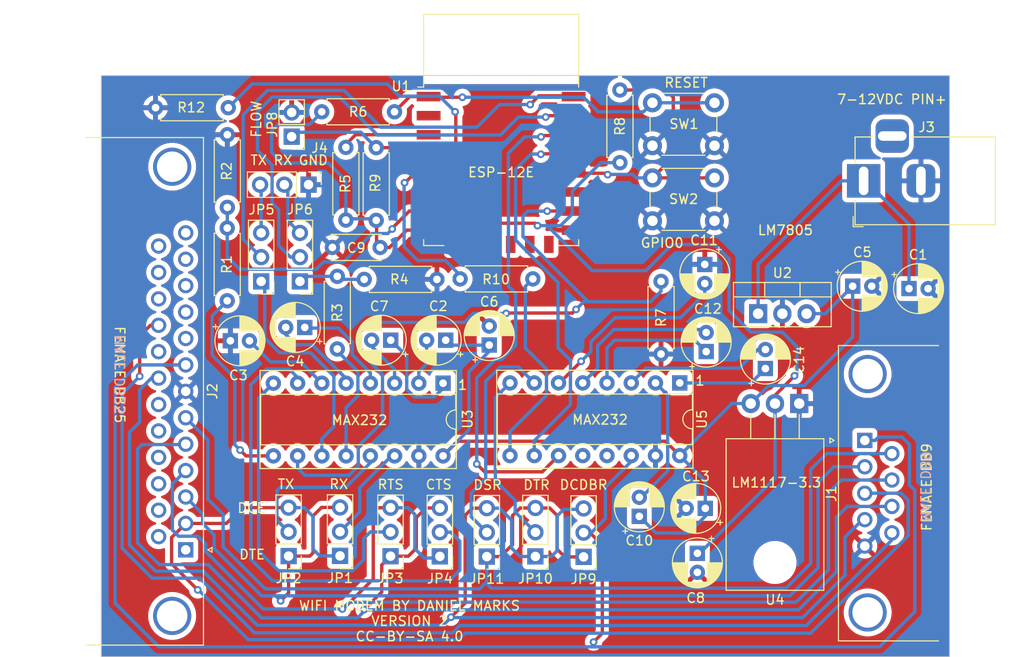
<source format=kicad_pcb>
(kicad_pcb (version 20221018) (generator pcbnew)
  (layers (0 "F.Cu" signal) (31 "B.Cu" signal) (34 "B.Paste" user) (35 "F.Paste" user) (36 "B.SilkS" user "B.Silkscreen") (37 "F.SilkS" user "F.Silkscreen") (38 "B.Mask" user) (39 "F.Mask" user) (44 "Edge.Cuts" user))
  (net 0 "")
  (net 1 "Net-(U2-VI)")
  (net 2 "Net-(U3-VS+)")
  (net 3 "Net-(U3-VS-)")
  (net 4 "Net-(U3-C2+)")
  (net 5 "Net-(U3-C2-)")
  (net 6 "Net-(U3-C1+)")
  (net 7 "Net-(U3-C1-)")
  (net 8 "+3.3V")
  (net 9 "Net-(U5-VS+)")
  (net 10 "GND")
  (net 11 "+5V")
  (net 12 "Net-(U5-VS-)")
  (net 13 "Net-(U5-C2+)")
  (net 14 "Net-(U5-C2-)")
  (net 15 "Net-(U5-C1+)")
  (net 16 "Net-(U5-C1-)")
  (net 19 "DCD")
  (net 20 "TXD")
  (net 21 "RXD")
  (net 22 "DTR")
  (net 23 "DSR")
  (net 24 "CTS")
  (net 25 "RTS")
  (net 26 "RI")
  (net 41 "Net-(J4-Pin_2)")
  (net 42 "Net-(J4-Pin_3)")
  (net 44 "Net-(JP5-C)")
  (net 45 "Net-(JP6-C)")
  (net 46 "RXDB")
  (net 47 "TXDB")
  (net 48 "RTSB")
  (net 49 "CTSB")
  (net 50 "Net-(JP8-A)")
  (net 51 "Net-(U3-R2OUT)")
  (net 52 "DTRB")
  (net 53 "DSRB")
  (net 54 "Net-(U3-R1OUT)")
  (net 55 "Net-(U1-EN)")
  (net 56 "Net-(U1-~{RST})")
  (net 57 "Net-(U1-GPIO0)")
  (net 58 "GPIO1")
  (net 59 "GPIO3")
  (net 60 "Net-(U5-R2OUT)")
  (net 61 "GPIO15")
  (net 62 "GPIO13")
  (net 70 "GPIO14")
  (net 72 "GPIO5")
  (net 73 "GPIO12")
  (net 74 "GPIO4")
  (footprint "Capacitor_THT:CP_Radial_D5.0mm_P2.00mm" (layer "F.Cu") (at 136.96 111.43 180)
    (fp_text reference "C13")
    (fp_text value "1 uF")
  )
  (footprint "Connector_PinHeader_2.54mm:PinHeader_1x03_P2.54mm_Vertical" (layer "F.Cu") (at 103.98 116.445 180)
    (fp_text reference "JP3")
    (fp_text value "RTSB")
  )
  (footprint "Connector_PinHeader_2.54mm:PinHeader_1x03_P2.54mm_Vertical" (layer "F.Cu") (at 93.3 116.435 180)
    (fp_text reference "JP2")
    (fp_text value "TXDB")
  )
  (footprint "Resistor_THT:R_Axial_DIN0207_L6.3mm_D2.5mm_P7.62mm_Horizontal" (layer "F.Cu") (at 118.89 87.37 180)
    (fp_text reference "R10")
    (fp_text value "470R")
  )
  (footprint "Connector_PinHeader_2.54mm:PinHeader_1x03_P2.54mm_Vertical" (layer "F.Cu") (at 119.16 116.475 180)
    (fp_text reference "JP10")
    (fp_text value "DTRB")
  )
  (footprint "Connector_Dsub:DSUB-9_Female_Horizontal_P2.77x2.84mm_EdgePinOffset4.94mm_Housed_MountingHolesOffset7.48mm" (layer "F.Cu") (at 153.67 104.305 90)
    (fp_text reference "J1")
    (fp_text value "DB9_Female")
  )
  (footprint "Capacitor_THT:CP_Radial_D5.0mm_P2.00mm" (layer "F.Cu") (at 136.906 85.852 -90)
    (fp_text reference "C11")
    (fp_text value "1 uF")
  )
  (footprint "Package_DIP:DIP-16_W7.62mm_Socket" (layer "F.Cu") (at 109.484 98.308 -90)
    (fp_text reference "U3")
    (fp_text value "MAX232")
  )
  (footprint "Package_TO_SOT_THT:TO-220-3_Vertical" (layer "F.Cu") (at 142.494 91.018)
    (fp_text reference "U2")
    (fp_text value "LM7805_TO220")
  )
  (footprint "Capacitor_THT:CP_Radial_D5.0mm_P2.00mm" (layer "F.Cu") (at 87.2 93.86)
    (fp_text reference "C3")
    (fp_text value "1 uF")
  )
  (footprint "Capacitor_THT:CP_Radial_D5.0mm_P2.00mm" (layer "F.Cu") (at 109.76 93.8 180)
    (fp_text reference "C2")
    (fp_text value "1 uF")
  )
  (footprint "Capacitor_THT:CP_Radial_D5.0mm_P2.00mm" (layer "F.Cu") (at 158.302888 88.392)
    (fp_text reference "C1")
    (fp_text value "10 uF")
  )
  (footprint "Connector_PinHeader_2.54mm:PinHeader_1x03_P2.54mm_Vertical" (layer "F.Cu") (at 124.206 116.52 180)
    (fp_text reference "JP9")
    (fp_text value "DCDBRIDGE")
  )
  (footprint "Button_Switch_THT:SW_PUSH_6mm" (layer "F.Cu") (at 137.922 73.406 180)
    (fp_text reference "SW1")
    (fp_text value "SW_Push")
  )
  (footprint "Resistor_THT:R_Axial_DIN0207_L6.3mm_D2.5mm_P7.62mm_Horizontal" (layer "F.Cu") (at 96.774 69.85)
    (fp_text reference "R6")
    (fp_text value "10k")
  )
  (footprint "Resistor_THT:R_Axial_DIN0207_L6.3mm_D2.5mm_P7.62mm_Horizontal" (layer "F.Cu") (at 128.016 75.184 90)
    (fp_text reference "R8")
    (fp_text value "10k")
  )
  (footprint "Resistor_THT:R_Axial_DIN0207_L6.3mm_D2.5mm_P7.62mm_Horizontal" (layer "F.Cu") (at 132.32 87.63 -90)
    (fp_text reference "R7")
    (fp_text value "10k")
  )
  (footprint "Connector_PinHeader_2.54mm:PinHeader_1x03_P2.54mm_Vertical" (layer "F.Cu") (at 98.69 116.415 180)
    (fp_text reference "JP1")
    (fp_text value "RXDB")
  )
  (footprint "Resistor_THT:R_Axial_DIN0207_L6.3mm_D2.5mm_P7.62mm_Horizontal" (layer "F.Cu") (at 98.4 94.72 90)
    (fp_text reference "R3")
    (fp_text value "470R")
  )
  (footprint "Connector_Dsub:DSUB-25_Female_Horizontal_P2.77x2.84mm_EdgePinOffset7.70mm_Housed_MountingHolesOffset9.12mm" (layer "F.Cu") (at 82.52 115.78 -90)
    (fp_text reference "J2")
    (fp_text value "DB25_Female")
  )
  (footprint "Resistor_THT:R_Axial_DIN0207_L6.3mm_D2.5mm_P7.62mm_Horizontal" (layer "F.Cu") (at 86.98 69.42 180)
    (fp_text reference "R12")
    (fp_text value "1k")
  )
  (footprint "Resistor_THT:R_Axial_DIN0207_L6.3mm_D2.5mm_P7.62mm_Horizontal" (layer "F.Cu") (at 102.48 73.61 -90)
    (fp_text reference "R9")
    (fp_text value "10k")
  )
  (footprint "Capacitor_THT:C_Disc_D5.0mm_W2.5mm_P5.00mm" (layer "F.Cu") (at 97.89 84.07)
    (fp_text reference "C9")
    (fp_text value "100 nF")
  )
  (footprint "Connector_PinHeader_2.54mm:PinHeader_1x03_P2.54mm_Vertical" (layer "F.Cu") (at 94.488 87.63 180)
    (fp_text reference "JP6")
    (fp_text value "RXDS")
  )
  (footprint "Connector_PinHeader_2.54mm:PinHeader_1x03_P2.54mm_Vertical" (layer "F.Cu") (at 95.39 77.49 -90)
    (fp_text reference "J4")
    (fp_text value "PRG")
  )
  (footprint "Capacitor_THT:CP_Radial_D5.0mm_P2.00mm" (layer "F.Cu") (at 114.32 94.31 90)
    (fp_text reference "C6")
    (fp_text value "1 uF")
  )
  (footprint "Capacitor_THT:CP_Radial_D5.0mm_P2.00mm" (layer "F.Cu") (at 130.048 112.268 90)
    (fp_text reference "C10")
    (fp_text value "1 uF")
  )
  (footprint "Resistor_THT:R_Axial_DIN0207_L6.3mm_D2.5mm_P7.62mm_Horizontal" (layer "F.Cu") (at 101.22 87.42)
    (fp_text reference "R4")
    (fp_text value "1k")
  )
  (footprint "Button_Switch_THT:SW_PUSH_6mm" (layer "F.Cu") (at 131.422 76.78)
    (fp_text reference "SW2")
    (fp_text value "SW_Push")
  )
  (footprint "Package_DIP:DIP-16_W7.62mm_Socket" (layer "F.Cu") (at 134.28 98.28 -90)
    (fp_text reference "U5")
    (fp_text value "MAX232")
  )
  (footprint "Capacitor_THT:CP_Radial_D5.0mm_P2.00mm" (layer "F.Cu") (at 152.4 88.138)
    (fp_text reference "C5")
    (fp_text value "10 uF")
  )
  (footprint "Connector_PinHeader_2.54mm:PinHeader_1x03_P2.54mm_Vertical" (layer "F.Cu") (at 109.15 116.47 180)
    (fp_text reference "JP4")
    (fp_text value "CTSB")
  )
  (footprint "Capacitor_THT:CP_Radial_D5.0mm_P2.00mm" (layer "F.Cu") (at 104 93.8 180)
    (fp_text reference "C7")
    (fp_text value "1 uF")
  )
  (footprint "RF_Module:ESP-12E" (layer "F.Cu") (at 115.57 71.755)
    (fp_text reference "U1")
    (fp_text value "ESP-12E")
  )
  (footprint "Package_TO_SOT_THT:TO-220-3_Horizontal_TabDown" (layer "F.Cu") (at 146.8 100.44 180)
    (fp_text reference "U4")
    (fp_text value "LT1117-3.3")
  )
  (footprint "Capacitor_THT:CP_Radial_D5.0mm_P2.00mm" (layer "F.Cu") (at 136.13 116.14 -90)
    (fp_text reference "C8")
    (fp_text value "10 uF")
  )
  (footprint "Capacitor_THT:CP_Radial_D5.0mm_P2.00mm" (layer "F.Cu") (at 137.05 94.996 90)
    (fp_text reference "C12")
    (fp_text value "1 uF")
  )
  (footprint "Connector_PinHeader_2.54mm:PinHeader_1x03_P2.54mm_Vertical" (layer "F.Cu") (at 114.07 116.49 180)
    (fp_text reference "JP11")
    (fp_text value "DSRB")
  )
  (footprint "Capacitor_THT:CP_Radial_D5.0mm_P2.00mm" (layer "F.Cu") (at 143.256 96.774 90)
    (fp_text reference "C14")
    (fp_text value "1 uF")
  )
  (footprint "Connector_BarrelJack:BarrelJack_Horizontal" (layer "F.Cu") (at 153.55 77.09 180)
    (fp_text reference "J3")
    (fp_text value "Barrel_Jack_Switch")
  )
  (footprint "Resistor_THT:R_Axial_DIN0207_L6.3mm_D2.5mm_P7.62mm_Horizontal" (layer "F.Cu") (at 86.868 89.662 90)
    (fp_text reference "R1")
    (fp_text value "470R")
  )
  (footprint "Connector_PinHeader_2.54mm:PinHeader_1x02_P2.54mm_Vertical" (layer "F.Cu") (at 93.62 72.46 180)
    (fp_text reference "JP8")
    (fp_text value "RTSCTS")
  )
  (footprint "Capacitor_THT:CP_Radial_D5.0mm_P2.00mm" (layer "F.Cu") (at 94.996 92.456 180)
    (fp_text reference "C4")
    (fp_text value "1 uF")
  )
  (footprint "Resistor_THT:R_Axial_DIN0207_L6.3mm_D2.5mm_P7.62mm_Horizontal" (layer "F.Cu") (at 99.3 81.2 90)
    (fp_text reference "R5")
    (fp_text value "10k")
  )
  (footprint "Resistor_THT:R_Axial_DIN0207_L6.3mm_D2.5mm_P7.62mm_Horizontal" (layer "F.Cu") (at 86.88 79.87 90)
    (fp_text reference "R2")
    (fp_text value "1k")
  )
  (footprint "Connector_PinHeader_2.54mm:PinHeader_1x03_P2.54mm_Vertical" (layer "F.Cu") (at 90.424 87.63 180)
    (fp_text reference "JP5")
    (fp_text value "TXDS")
  )
  (gr_line (start 162.56 127) (end 73.66 127) (stroke (width 0.1)) (layer "Edge.Cuts"))
  (gr_line (start 73.66 127) (end 73.66 66.04) (stroke (width 0.1)) (layer "Edge.Cuts"))
  (gr_line (start 73.66 66.04) (end 162.56 66.04) (stroke (width 0.1)) (layer "Edge.Cuts"))
  (gr_line (start 162.56 66.04) (end 162.56 127) (stroke (width 0.1)) (layer "Edge.Cuts"))
  (gr_text "MALE DB9" (at 160 109.17 -90) (layer "B.SilkS") (effects (font (size 1 1)) (justify mirror)))
  (gr_text "MALE DB25" (at 75.65 97.41 -270) (layer "B.SilkS") (effects (font (size 1 1)) (justify mirror)))
  (gr_text "RTS" (at 103.99 108.94) (layer "F.SilkS") (effects (font (size 1 1))))
  (gr_text "DTR" (at 119.28 108.98) (layer "F.SilkS") (effects (font (size 1 1))))
  (gr_text "GPIO0" (at 132.44 83.6) (layer "F.SilkS") (effects (font (size 1 1))))
  (gr_text "1" (at 136.4 98.05) (layer "F.SilkS") (effects (font (size 1 1))))
  (gr_text "LM1117-3.3" (at 144.41 108.73) (layer "F.SilkS") (effects (font (size 1 1))))
  (gr_text "FLOW" (at 89.916 70.612 90) (layer "F.SilkS") (effects (font (size 1 1))))
  (gr_text "MAX232" (at 125.93 102.14) (layer "F.SilkS") (effects (font (size 1 1))))
  (gr_text "RX" (at 98.56 108.9) (layer "F.SilkS") (effects (font (size 1 1))))
  (gr_text "WIFI MODEM BY DANIEL MARKS\nVERSION 2\nCC-BY-SA 4.0\n" (at 105.97 123.25) (layer "F.SilkS") (effects (font (size 1 1))))
  (gr_text "ESP-12E" (at 115.57 76.2) (layer "F.SilkS") (effects (font (size 1 1))))
  (gr_text "DSR" (at 114.15 108.98) (layer "F.SilkS") (effects (font (size 1 1))))
  (gr_text "RX" (at 92.71 74.93) (layer "F.SilkS") (effects (font (size 1 1))))
  (gr_text "FEMALE DB9" (at 160.16 109.21 90) (layer "F.SilkS") (effects (font (size 1 1))))
  (gr_text "DCDBR" (at 124.206 108.966) (layer "F.SilkS") (effects (font (size 1 1))))
  (gr_text "FEMALE DB25" (at 75.6 97.42 270) (layer "F.SilkS") (effects (font (size 1 1))))
  (gr_text "TX" (at 93.03 108.9) (layer "F.SilkS") (effects (font (size 1 1))))
  (gr_text "RESET" (at 134.95 66.8) (layer "F.SilkS") (effects (font (size 1 1))))
  (gr_text "DCE" (at 89.4 111.4) (layer "F.SilkS") (effects (font (size 1 1))))
  (gr_text "GND" (at 95.885 74.93) (layer "F.SilkS") (effects (font (size 1 1))))
  (gr_text "DTE" (at 89.47 116.27) (layer "F.SilkS") (effects (font (size 1 1))))
  (gr_text "CTS" (at 109.03 108.94) (layer "F.SilkS") (effects (font (size 1 1))))
  (gr_text "MAX232" (at 100.73 102.19) (layer "F.SilkS") (effects (font (size 1 1))))
  (gr_text "LM7805" (at 145.35 82.27) (layer "F.SilkS") (effects (font (size 1 1))))
  (gr_text "7-12VDC PIN+" (at 156.51 68.54) (layer "F.SilkS") (effects (font (size 1 1))))
  (gr_text "1" (at 111.53 98.49) (layer "F.SilkS") (effects (font (size 1 1))))
  (gr_text "TX" (at 90.17 74.93) (layer "F.SilkS") (effects (font (size 1 1))))
  (segment (start 158.302888 81.632888) (end 153.76 77.09) (width 0.35) (layer "B.Cu") (net 1))
  (segment (start 142.494 85.836) (end 151.24 77.09) (width 0.35) (layer "B.Cu") (net 1))
  (segment (start 142.494 91.018) (end 142.494 85.836) (width 0.35) (layer "B.Cu") (net 1))
  (segment (start 151.24 77.09) (end 153.55 77.09) (width 0.35) (layer "B.Cu") (net 1))
  (segment (start 158.302888 88.392) (end 158.302888 81.632888) (width 0.35) (layer "B.Cu") (net 1))
  (segment (start 107.76 96.278) (end 107.76 93.8) (width 0.35) (layer "B.Cu") (net 2))
  (segment (start 106.944 97.094) (end 107.76 96.278) (width 0.35) (layer "B.Cu") (net 2))
  (segment (start 106.944 98.308) (end 106.944 97.094) (width 0.35) (layer "B.Cu") (net 2))
  (segment (start 94.556 96.08) (end 91.42 96.08) (width 0.35) (layer "B.Cu") (net 3))
  (segment (start 96.784 98.308) (end 94.556 96.08) (width 0.35) (layer "B.Cu") (net 3))
  (segment (start 91.42 96.08) (end 89.2 93.86) (width 0.35) (layer "B.Cu") (net 3))
  (segment (start 98.52 92.53) (end 95.07 92.53) (width 0.35) (layer "B.Cu") (net 4))
  (segment (start 101.864 97.224) (end 99.97 95.33) (width 0.35) (layer "B.Cu") (net 4))
  (segment (start 99.97 93.98) (end 98.52 92.53) (width 0.35) (layer "B.Cu") (net 4))
  (segment (start 99.97 95.33) (end 99.97 93.98) (width 0.35) (layer "B.Cu") (net 4))
  (segment (start 101.864 98.308) (end 101.864 97.224) (width 0.35) (layer "B.Cu") (net 4))
  (segment (start 92.996 93.196) (end 92.996 92.456) (width 0.35) (layer "B.Cu") (net 5))
  (segment (start 99.324 97.824) (end 95.77 94.27) (width 0.35) (layer "B.Cu") (net 5))
  (segment (start 95.77 94.27) (end 94.07 94.27) (width 0.35) (layer "B.Cu") (net 5))
  (segment (start 94.07 94.27) (end 92.996 93.196) (width 0.35) (layer "B.Cu") (net 5))
  (segment (start 106.48 99.75) (end 105.68 98.95) (width 0.35) (layer "B.Cu") (net 6))
  (segment (start 105.68 98.95) (end 105.68 95.47) (width 0.35) (layer "B.Cu") (net 6))
  (segment (start 109.484 98.836) (end 108.57 99.75) (width 0.35) (layer "B.Cu") (net 6))
  (segment (start 105.68 95.47) (end 104.01 93.8) (width 0.35) (layer "B.Cu") (net 6))
  (segment (start 108.57 99.75) (end 106.48 99.75) (width 0.35) (layer "B.Cu") (net 6))
  (segment (start 104.404 96.864) (end 104.404 98.308) (width 0.35) (layer "B.Cu") (net 7))
  (segment (start 102 93.8) (end 102 94.46) (width 0.35) (layer "B.Cu") (net 7))
  (segment (start 102 94.46) (end 104.404 96.864) (width 0.35) (layer "B.Cu") (net 7))
  (segment (start 107.97 82.255) (end 105.685 82.255) (width 0.35) (layer "F.Cu") (net 8))
  (segment (start 109.261 82.255) (end 107.97 82.255) (width 0.35) (layer "F.Cu") (net 8))
  (segment (start 144.26 99.58) (end 146.304 97.536) (width 0.35) (layer "F.Cu") (net 8))
  (segment (start 105.685 82.255) (end 103.87 84.07) (width 0.35) (layer "F.Cu") (net 8))
  (segment (start 144.26 100.44) (end 144.26 99.58) (width 0.35) (layer "F.Cu") (net 8))
  (segment (start 103.87 84.07) (end 102.89 84.07) (width 0.35) (layer "F.Cu") (net 8))
  (segment (start 109.982 81.534) (end 109.261 82.255) (width 0.35) (layer "F.Cu") (net 8))
  (segment (start 102.52 81.27) (end 102.52 83.7) (width 0.35) (layer "F.Cu") (net 8))
  (segment (start 119.38 81.788) (end 119.126 81.534) (width 0.35) (layer "F.Cu") (net 8))
  (segment (start 119.126 81.534) (end 109.982 81.534) (width 0.35) (layer "F.Cu") (net 8))
  (via (at 146.304 97.536) (size 0.8) (drill 0.4) (layers "F.Cu" "B.Cu") (net 8))
  (via (at 119.38 81.788) (size 0.8) (drill 0.4) (layers "F.Cu" "B.Cu") (net 8))
  (segment (start 95.49 71.19) (end 92.18 71.19) (width 0.35) (layer "B.Cu") (net 8))
  (segment (start 146.558 97.282) (end 146.558 94.488) (width 0.35) (layer "B.Cu") (net 8))
  (segment (start 146.304 97.536) (end 146.558 97.282) (width 0.35) (layer "B.Cu") (net 8))
  (segment (start 91.52 74.08) (end 92.67 75.23) (width 0.35) (layer "B.Cu") (net 8))
  (segment (start 144.28 108.23) (end 144.272 108.222) (width 0.35) (layer "B.Cu") (net 8))
  (segment (start 123.03 80.55) (end 121.792 81.788) (width 0.35) (layer "B.Cu") (net 8))
  (segment (start 139.446 90.678) (end 139.446 85.276) (width 0.35) (layer "B.Cu") (net 8))
  (segment (start 99.27 77.6) (end 99.3 77.63) (width 0.35) (layer "B.Cu") (net 8))
  (segment (start 99.3 77.63) (end 99.3 81.2) (width 0.35) (layer "B.Cu") (net 8))
  (segment (start 133.47 83.77) (end 130.74 86.5) (width 0.35) (layer "B.Cu") (net 8))
  (segment (start 99.27 77.04) (end 99.27 77.6) (width 0.35) (layer "B.Cu") (net 8))
  (segment (start 125.108 86.5) (end 120.396 81.788) (width 0.35) (layer "B.Cu") (net 8))
  (segment (start 145.034 92.964) (end 141.732 92.964) (width 0.35) (layer "B.Cu") (net 8))
  (segment (start 96.774 69.906) (end 95.49 71.19) (width 0.35) (layer "B.Cu") (net 8))
  (segment (start 146.558 94.488) (end 145.034 92.964) (width 0.35) (layer "B.Cu") (net 8))
  (segment (start 97.46 75.23) (end 99.27 77.04) (width 0.35) (layer "B.Cu") (net 8))
  (segment (start 119.762 81.788) (end 119.38 81.788) (width 0.35) (layer "B.Cu") (net 8))
  (segment (start 123.03 78.16) (end 123.03 80.55) (width 0.35) (layer "B.Cu") (net 8))
  (segment (start 92.18 71.19) (end 91.52 71.85) (width 0.35) (layer "B.Cu") (net 8))
  (segment (start 92.67 75.23) (end 97.46 75.23) (width 0.35) (layer "B.Cu") (net 8))
  (segment (start 102.32 81.07) (end 99.43 81.07) (width 0.35) (layer "B.Cu") (net 8))
  (segment (start 137.94 83.77) (end 133.47 83.77) (width 0.35) (layer "B.Cu") (net 8))
  (segment (start 126.006 75.184) (end 123.03 78.16) (width 0.35) (layer "B.Cu") (net 8))
  (segment (start 141.732 92.964) (end 139.446 90.678) (width 0.35) (layer "B.Cu") (net 8))
  (segment (start 139.446 85.276) (end 137.94 83.77) (width 0.35) (layer "B.Cu") (net 8))
  (segment (start 91.52 71.85) (end 91.52 74.08) (width 0.35) (layer "B.Cu") (net 8))
  (segment (start 136.37 116.14) (end 144.28 108.23) (width 0.35) (layer "B.Cu") (net 8))
  (segment (start 128.016 75.184) (end 126.006 75.184) (width 0.35) (layer "B.Cu") (net 8))
  (segment (start 130.74 86.5) (end 125.108 86.5) (width 0.35) (layer "B.Cu") (net 8))
  (segment (start 119.762 81.788) (end 121.792 81.788) (width 0.35) (layer "B.Cu") (net 8))
  (segment (start 144.272 108.222) (end 144.272 100.452) (width 0.35) (layer "B.Cu") (net 8))
  (segment (start 133.02 99.56) (end 133.02 107.518) (width 0.35) (layer "B.Cu") (net 9))
  (segment (start 131.74 98.28) (end 133.02 99.56) (width 0.35) (layer "B.Cu") (net 9))
  (segment (start 133.02 107.518) (end 130.27 110.268) (width 0.35) (layer "B.Cu") (net 9))
  (segment (start 111.018 104.394) (end 109.484 105.928) (width 0.35) (layer "F.Cu") (net 11))
  (segment (start 134.28 105.9) (end 132.774 104.394) (width 0.35) (layer "F.Cu") (net 11))
  (segment (start 132.774 104.394) (end 111.018 104.394) (width 0.35) (layer "F.Cu") (net 11))
  (segment (start 112.19 97.1) (end 114.32 94.97) (width 0.35) (layer "B.Cu") (net 11))
  (segment (start 139.74 100.44) (end 134.28 105.9) (width 0.35) (layer "B.Cu") (net 11))
  (segment (start 112.19 103.19) (end 112.19 97.1) (width 0.35) (layer "B.Cu") (net 11))
  (segment (start 114.31 94.32) (end 110.28 94.32) (width 0.35) (layer "B.Cu") (net 11))
  (segment (start 141.72 100.44) (end 139.74 100.44) (width 0.35) (layer "B.Cu") (net 11))
  (segment (start 114.32 94.97) (end 114.32 94.31) (width 0.35) (layer "B.Cu") (net 11))
  (segment (start 136.96 111.43) (end 136.96 108.58) (width 0.35) (layer "B.Cu") (net 11))
  (segment (start 131.79 114.01) (end 135.2 114.01) (width 0.35) (layer "B.Cu") (net 11))
  (segment (start 136.96 108.58) (end 134.28 105.9) (width 0.35) (layer "B.Cu") (net 11))
  (segment (start 135.2 114.01) (end 136.96 112.25) (width 0.35) (layer "B.Cu") (net 11))
  (segment (start 130.048 112.268) (end 131.79 114.01) (width 0.35) (layer "B.Cu") (net 11))
  (segment (start 109.484 105.896) (end 112.19 103.19) (width 0.35) (layer "B.Cu") (net 11))
  (segment (start 152.4 88.138) (end 152.4 93.472) (width 0.35) (layer "B.Cu") (net 11))
  (segment (start 152.4 93.472) (end 147.32 98.552) (width 0.35) (layer "B.Cu") (net 11))
  (segment (start 143.608 98.552) (end 141.72 100.44) (width 0.35) (layer "B.Cu") (net 11))
  (segment (start 147.574 91.018) (end 149.52 91.018) (width 0.35) (layer "B.Cu") (net 11))
  (segment (start 149.52 91.018) (end 152.4 88.138) (width 0.35) (layer "B.Cu") (net 11))
  (segment (start 136.96 112.25) (end 136.96 111.43) (width 0.35) (layer "B.Cu") (net 11))
  (segment (start 143.608 98.552) (end 147.32 98.552) (width 0.35) (layer "B.Cu") (net 11))
  (segment (start 121.684 98.28) (end 123.952 96.012) (width 0.35) (layer "F.Cu") (net 12))
  (via (at 123.952 96.012) (size 0.8) (drill 0.4) (layers "F.Cu" "B.Cu") (net 12))
  (segment (start 123.952 96.012) (end 124.968 94.996) (width 0.35) (layer "B.Cu") (net 12))
  (segment (start 136.906 88.9) (end 136.906 87.852) (width 0.35) (layer "B.Cu") (net 12))
  (segment (start 127.508 91.44) (end 134.366 91.44) (width 0.35) (layer "B.Cu") (net 12))
  (segment (start 124.968 94.996) (end 124.968 93.98) (width 0.35) (layer "B.Cu") (net 12))
  (segment (start 124.968 93.98) (end 127.508 91.44) (width 0.35) (layer "B.Cu") (net 12))
  (segment (start 134.366 91.44) (end 136.906 88.9) (width 0.35) (layer "B.Cu") (net 12))
  (segment (start 126.66 98.28) (end 126.66 94.6) (width 0.35) (layer "B.Cu") (net 13))
  (segment (start 127.46 93.8) (end 135.854 93.8) (width 0.35) (layer "B.Cu") (net 13))
  (segment (start 126.66 94.6) (end 127.46 93.8) (width 0.35) (layer "B.Cu") (net 13))
  (segment (start 135.854 93.8) (end 137.05 94.996) (width 0.35) (layer "B.Cu") (net 13))
  (segment (start 125.68 94.37) (end 127.37 92.68) (width 0.35) (layer "B.Cu") (net 14))
  (segment (start 124.12 98.28) (end 125.68 96.72) (width 0.35) (layer "B.Cu") (net 14))
  (segment (start 127.37 92.68) (end 136.734 92.68) (width 0.35) (layer "B.Cu") (net 14))
  (segment (start 125.68 96.72) (end 125.68 94.37) (width 0.35) (layer "B.Cu") (net 14))
  (segment (start 141.75 98.28) (end 143.256 96.774) (width 0.35) (layer "B.Cu") (net 15))
  (segment (start 134.28 98.28) (end 141.75 98.28) (width 0.35) (layer "B.Cu") (net 15))
  (segment (start 130.75 96.73) (end 140.506 96.73) (width 0.35) (layer "B.Cu") (net 16))
  (segment (start 140.506 96.73) (end 142.462 94.774) (width 0.35) (layer "B.Cu") (net 16))
  (segment (start 142.462 94.774) (end 143.256 94.774) (width 0.35) (layer "B.Cu") (net 16))
  (segment (start 129.2 98.28) (end 130.75 96.73) (width 0.35) (layer "B.Cu") (net 16))
  (segment (start 126.17 115.28) (end 124.87 113.98) (width 0.35) (layer "F.Cu") (net 19))
  (segment (start 126.17 124.53) (end 126.17 115.28) (width 0.35) (layer "F.Cu") (net 19))
  (segment (start 125.25 125.45) (end 126.17 124.53) (width 0.35) (layer "F.Cu") (net 19))
  (via (at 125.25 125.45) (size 0.8) (drill 0.4) (layers "F.Cu" "B.Cu") (net 19))
  (segment (start 155.12 103.95) (end 154.765 104.305) (width 0.35) (layer "B.Cu") (net 19))
  (segment (start 124.206 113.98) (end 125.02 113.98) (width 0.35) (layer "B.Cu") (net 19))
  (segment (start 154.765 104.305) (end 153.67 104.305) (width 0.35) (layer "B.Cu") (net 19))
  (segment (start 75.12 98.75) (end 77.48 96.39) (width 0.35) (layer "B.Cu") (net 19))
  (segment (start 158.35 108.98) (end 158.35 104.74) (width 0.35) (layer "B.Cu") (net 19))
  (segment (start 158.91 122.26) (end 158.91 109.54) (width 0.35) (layer "B.Cu") (net 19))
  (segment (start 125.2 125.5) (end 125.2 125.95) (width 0.35) (layer "B.Cu") (net 19))
  (segment (start 125.02 113.98) (end 126.492 112.508) (width 0.35) (layer "B.Cu") (net 19))
  (segment (start 126.492 109.22) (end 129.2 106.512) (width 0.35) (layer "B.Cu") (net 19))
  (segment (start 158.91 109.54) (end 158.35 108.98) (width 0.35) (layer "B.Cu") (net 19))
  (segment (start 125.25 125.45) (end 125.2 125.5) (width 0.35) (layer "B.Cu") (net 19))
  (segment (start 79.7 125.95) (end 75.12 121.37) (width 0.35) (layer "B.Cu") (net 19))
  (segment (start 77.48 96.39) (end 82.52 96.39) (width 0.35) (layer "B.Cu") (net 19))
  (segment (start 126.492 112.508) (end 126.492 109.22) (width 0.35) (layer "B.Cu") (net 19))
  (segment (start 125.2 125.95) (end 155.22 125.95) (width 0.35) (layer "B.Cu") (net 19))
  (segment (start 125.2 125.95) (end 79.7 125.95) (width 0.35) (layer "B.Cu") (net 19))
  (segment (start 75.12 121.37) (end 75.12 98.75) (width 0.35) (layer "B.Cu") (net 19))
  (segment (start 155.22 125.95) (end 158.91 122.26) (width 0.35) (layer "B.Cu") (net 19))
  (segment (start 158.35 104.74) (end 157.56 103.95) (width 0.35) (layer "B.Cu") (net 19))
  (segment (start 157.56 103.95) (end 155.12 103.95) (width 0.35) (layer "B.Cu") (net 19))
  (segment (start 93.3 116.435) (end 95.525 116.435) (width 0.35) (layer "F.Cu") (net 20))
  (segment (start 96.745 111.335) (end 98.69 111.335) (width 0.35) (layer "F.Cu") (net 20))
  (segment (start 95.86 116.1) (end 95.86 112.22) (width 0.35) (layer "F.Cu") (net 20))
  (segment (start 95.525 116.435) (end 95.86 116.1) (width 0.35) (layer "F.Cu") (net 20))
  (segment (start 93.3 120.3) (end 93.3 116.435) (width 0.35) (layer "F.Cu") (net 20))
  (segment (start 92.47 121.13) (end 93.3 120.3) (width 0.35) (layer "F.Cu") (net 20))
  (segment (start 95.86 112.22) (end 96.745 111.335) (width 0.35) (layer "F.Cu") (net 20))
  (via (at 92.47 121.13) (size 0.8) (drill 0.4) (layers "F.Cu" "B.Cu") (net 20))
  (segment (start 148.77 117.66) (end 145.83 120.6) (width 0.35) (layer "B.Cu") (net 20))
  (segment (start 90.46 120.6) (end 85.5 115.64) (width 0.35) (layer "B.Cu") (net 20))
  (segment (start 153.67 107.075) (end 150.415 107.075) (width 0.35) (layer "B.Cu") (net 20))
  (segment (start 85.5 114.22) (end 84.29 113.01) (width 0.35) (layer "B.Cu") (net 20))
  (segment (start 148.77 108.72) (end 148.77 117.66) (width 0.35) (layer "B.Cu") (net 20))
  (segment (start 84.29 112.01) (end 82.52 110.24) (width 0.35) (layer "B.Cu") (net 20))
  (segment (start 85.5 115.64) (end 85.5 114.22) (width 0.35) (layer "B.Cu") (net 20))
  (segment (start 91.94 120.6) (end 92.47 121.13) (width 0.35) (layer "B.Cu") (net 20))
  (segment (start 84.29 113.01) (end 84.29 112.01) (width 0.35) (layer "B.Cu") (net 20))
  (segment (start 145.83 120.6) (end 90.46 120.6) (width 0.35) (layer "B.Cu") (net 20))
  (segment (start 150.415 107.075) (end 148.77 108.72) (width 0.35) (layer "B.Cu") (net 20))
  (segment (start 81.04 114.49) (end 82.52 113.01) (width 0.35) (layer "F.Cu") (net 21))
  (segment (start 86.78 113.01) (end 82.52 113.01) (width 0.35) (layer "F.Cu") (net 21))
  (segment (start 93.3 111.355) (end 88.435 111.355) (width 0.35) (layer "F.Cu") (net 21))
  (segment (start 81.04 117.24) (end 81.04 114.49) (width 0.35) (layer "F.Cu") (net 21))
  (segment (start 88.435 111.355) (end 86.78 113.01) (width 0.35) (layer "F.Cu") (net 21))
  (segment (start 83.78 119.98) (end 81.04 117.24) (width 0.35) (layer "F.Cu") (net 21))
  (via (at 83.78 119.98) (size 0.8) (drill 0.4) (layers "F.Cu" "B.Cu") (net 21))
  (segment (start 88.41 124.53) (end 88.41 124.54) (width 0.35) (layer "B.Cu") (net 21))
  (segment (start 111.76 124.52) (end 148 124.52) (width 0.35) (layer "B.Cu") (net 21))
  (segment (start 95.86 112.28) (end 95.86 115.71) (width 0.35) (layer "B.Cu") (net 21))
  (segment (start 93.3 111.355) (end 94.935 111.355) (width 0.35) (layer "B.Cu") (net 21))
  (segment (start 148 124.52) (end 158.22 114.3) (width 0.35) (layer "B.Cu") (net 21))
  (segment (start 83.86 119.98) (end 88.41 124.53) (width 0.35) (layer "B.Cu") (net 21))
  (segment (start 158.22 110.58) (end 157.48 109.84) (width 0.35) (layer "B.Cu") (net 21))
  (segment (start 158.22 114.3) (end 158.22 110.58) (width 0.35) (layer "B.Cu") (net 21))
  (segment (start 89.07 125.2) (end 111.08 125.2) (width 0.35) (layer "B.Cu") (net 21))
  (segment (start 88.41 124.54) (end 89.07 125.2) (width 0.35) (layer "B.Cu") (net 21))
  (segment (start 94.935 111.355) (end 95.86 112.28) (width 0.35) (layer "B.Cu") (net 21))
  (segment (start 157.48 109.84) (end 153.675 109.84) (width 0.35) (layer "B.Cu") (net 21))
  (segment (start 111.08 125.2) (end 111.76 124.52) (width 0.35) (layer "B.Cu") (net 21))
  (segment (start 95.86 115.71) (end 96.565 116.415) (width 0.35) (layer "B.Cu") (net 21))
  (segment (start 83.78 119.98) (end 83.86 119.98) (width 0.35) (layer "B.Cu") (net 21))
  (segment (start 96.565 116.415) (end 98.69 116.415) (width 0.35) (layer "B.Cu") (net 21))
  (segment (start 114.07 111.41) (end 112.55 111.41) (width 0.35) (layer "F.Cu") (net 22))
  (segment (start 111.8 121.3545) (end 110.31 122.8445) (width 0.35) (layer "F.Cu") (net 22))
  (segment (start 111.8 112.16) (end 111.8 121.3545) (width 0.35) (layer "F.Cu") (net 22))
  (segment (start 112.55 111.41) (end 111.91 112.05) (width 0.35) (layer "F.Cu") (net 22))
  (segment (start 111.91 112.05) (end 111.8 112.16) (width 0.35) (layer "F.Cu") (net 22))
  (via (at 110.31 122.8445) (size 0.8) (drill 0.4) (layers "F.Cu" "B.Cu") (net 22))
  (segment (start 151.6 114.45) (end 151.6 118.44) (width 0.35) (layer "B.Cu") (net 22))
  (segment (start 77.7 102.38) (end 77.7 99) (width 0.35) (layer "B.Cu") (net 22))
  (segment (start 90.02 123.68) (end 84.36 118.02) (width 0.35) (layer "B.Cu") (net 22))
  (segment (start 76.63 115.28) (end 76.63 103.45) (width 0.35) (layer "B.Cu") (net 22))
  (segment (start 114.07 111.41) (end 115.4 111.41) (width 0.35) (layer "B.Cu") (net 22))
  (segment (start 119.16 116.475) (end 120.835 116.475) (width 0.35) (layer "B.Cu") (net 22))
  (segment (start 78.925 97.775) (end 79.68 97.775) (width 0.35) (layer "B.Cu") (net 22))
  (segment (start 120.835 116.475) (end 121.44 115.87) (width 0.35) (layer "B.Cu") (net 22))
  (segment (start 84.36 118.02) (end 79.37 118.02) (width 0.35) (layer "B.Cu") (net 22))
  (segment (start 110.3 122.88) (end 109.5 123.68) (width 0.35) (layer "B.Cu") (net 22))
  (segment (start 115.4 111.41) (end 116.67 112.68) (width 0.35) (layer "B.Cu") (net 22))
  (segment (start 117.545 116.475) (end 119.16 116.475) (width 0.35) (layer "B.Cu") (net 22))
  (segment (start 121.44 115.87) (end 121.44 112.22) (width 0.35) (layer "B.Cu") (net 22))
  (segment (start 79.37 118.02) (end 76.63 115.28) (width 0.35) (layer "B.Cu") (net 22))
  (segment (start 147.16 122.88) (end 110.3 122.88) (width 0.35) (layer "B.Cu") (net 22))
  (segment (start 76.63 103.45) (end 77.7 102.38) (width 0.35) (layer "B.Cu") (net 22))
  (segment (start 116.67 115.6) (end 117.545 116.475) (width 0.35) (layer "B.Cu") (net 22))
  (segment (start 151.6 118.44) (end 147.16 122.88) (width 0.35) (layer "B.Cu") (net 22))
  (segment (start 116.67 112.68) (end 116.67 115.6) (width 0.35) (layer "B.Cu") (net 22))
  (segment (start 153.435 112.615) (end 151.6 114.45) (width 0.35) (layer "B.Cu") (net 22))
  (segment (start 122.13 111.53) (end 124.116 111.53) (width 0.35) (layer "B.Cu") (net 22))
  (segment (start 77.7 99) (end 78.925 97.775) (width 0.35) (layer "B.Cu") (net 22))
  (segment (start 109.5 123.68) (end 90.02 123.68) (width 0.35) (layer "B.Cu") (net 22))
  (segment (start 121.44 112.22) (end 122.13 111.53) (width 0.35) (layer "B.Cu") (net 22))
  (segment (start 119.16 111.395) (end 120.655 111.395) (width 0.35) (layer "F.Cu") (net 23))
  (segment (start 121.42 115.7) (end 122.24 116.52) (width 0.35) (layer "F.Cu") (net 23))
  (segment (start 116.76 112.19) (end 117.555 111.395) (width 0.35) (layer "F.Cu") (net 23))
  (segment (start 121.42 112.16) (end 121.42 115.7) (width 0.35) (layer "F.Cu") (net 23))
  (segment (start 114.07 116.49) (end 115.5 116.49) (width 0.35) (layer "F.Cu") (net 23))
  (segment (start 120.655 111.395) (end 121.42 112.16) (width 0.35) (layer "F.Cu") (net 23))
  (segment (start 117.555 111.395) (end 119.16 111.395) (width 0.35) (layer "F.Cu") (net 23))
  (segment (start 115.5 116.49) (end 116.76 115.23) (width 0.35) (layer "F.Cu") (net 23))
  (segment (start 116.76 115.23) (end 116.76 112.19) (width 0.35) (layer "F.Cu") (net 23))
  (segment (start 122.24 116.52) (end 124.206 116.52) (width 0.35) (layer "F.Cu") (net 23))
  (segment (start 114.07 116.49) (end 114.07 119.12) (width 0.35) (layer "B.Cu") (net 23))
  (segment (start 148 117.21) (end 148 107.36) (width 0.35) (layer "B.Cu") (net 23))
  (segment (start 86.44 115.46) (end 86.44 112.06) (width 0.35) (layer "B.Cu") (net 23))
  (segment (start 114.07 119.12) (end 113.95 119.24) (width 0.35) (layer "B.Cu") (net 23))
  (segment (start 86.44 112.06) (end 84.84 110.46) (width 0.35) (layer "B.Cu") (net 23))
  (segment (start 84.84 110.46) (end 84.84 104.25) (width 0.35) (layer "B.Cu") (net 23))
  (segment (start 113.95 119.24) (end 114.51 119.8) (width 0.35) (layer "B.Cu") (net 23))
  (segment (start 113.32 119.87) (end 90.85 119.87) (width 0.35) (layer "B.Cu") (net 23))
  (segment (start 84.84 104.25) (end 82.52 101.93) (width 0.35) (layer "B.Cu") (net 23))
  (segment (start 114.51 119.8) (end 145.41 119.8) (width 0.35) (layer "B.Cu") (net 23))
  (segment (start 145.41 119.8) (end 148 117.21) (width 0.35) (layer "B.Cu") (net 23))
  (segment (start 149.67 105.69) (end 156.51 105.69) (width 0.35) (layer "B.Cu") (net 23))
  (segment (start 113.95 119.24) (end 113.32 119.87) (width 0.35) (layer "B.Cu") (net 23))
  (segment (start 148 107.36) (end 149.67 105.69) (width 0.35) (layer "B.Cu") (net 23))
  (segment (start 90.85 119.87) (end 86.44 115.46) (width 0.35) (layer "B.Cu") (net 23))
  (segment (start 102.17 118.83) (end 102.17 111.9) (width 0.35) (layer "F.Cu") (net 24))
  (segment (start 102.17 111.9) (end 102.705 111.365) (width 0.35) (layer "F.Cu") (net 24))
  (segment (start 98.93 121.98) (end 99.02 121.98) (width 0.35) (layer "F.Cu") (net 24))
  (segment (start 102.705 111.365) (end 103.98 111.365) (width 0.35) (layer "F.Cu") (net 24))
  (segment (start 99.02 121.98) (end 102.17 118.83) (width 0.35) (layer "F.Cu") (net 24))
  (via (at 98.93 121.98) (size 0.8) (drill 0.4) (layers "F.Cu" "B.Cu") (net 24))
  (segment (start 156.51 108.46) (end 151.21 108.46) (width 0.35) (layer "B.Cu") (net 24))
  (segment (start 84.61 115.95) (end 84.61 115.17) (width 0.35) (layer "B.Cu") (net 24))
  (segment (start 98.93 121.98) (end 90.64 121.98) (width 0.35) (layer "B.Cu") (net 24))
  (segment (start 84.61 115.17) (end 83.79 114.35) (width 0.35) (layer "B.Cu") (net 24))
  (segment (start 105.825 111.365) (end 106.53 112.07) (width 0.35) (layer "B.Cu") (net 24))
  (segment (start 99.64 121.27) (end 98.93 121.98) (width 0.35) (layer "B.Cu") (net 24))
  (segment (start 107.51 116.64) (end 108.98 116.64) (width 0.35) (layer "B.Cu") (net 24))
  (segment (start 83.79 114.35) (end 81.77 114.35) (width 0.35) (layer "B.Cu") (net 24))
  (segment (start 103.98 111.365) (end 105.825 111.365) (width 0.35) (layer "B.Cu") (net 24))
  (segment (start 81.77 114.35) (end 81.12 113.7) (width 0.35) (layer "B.Cu") (net 24))
  (segment (start 81.12 113.7) (end 81.12 108.87) (width 0.35) (layer "B.Cu") (net 24))
  (segment (start 90.64 121.98) (end 84.61 115.95) (width 0.35) (layer "B.Cu") (net 24))
  (segment (start 149.86 117.88) (end 146.47 121.27) (width 0.35) (layer "B.Cu") (net 24))
  (segment (start 146.47 121.27) (end 99.64 121.27) (width 0.35) (layer "B.Cu") (net 24))
  (segment (start 151.21 108.46) (end 149.86 109.81) (width 0.35) (layer "B.Cu") (net 24))
  (segment (start 106.53 112.07) (end 106.53 115.66) (width 0.35) (layer "B.Cu") (net 24))
  (segment (start 149.86 109.81) (end 149.86 117.88) (width 0.35) (layer "B.Cu") (net 24))
  (segment (start 106.53 115.66) (end 107.51 116.64) (width 0.35) (layer "B.Cu") (net 24))
  (segment (start 81.12 108.87) (end 82.52 107.47) (width 0.35) (layer "B.Cu") (net 24))
  (segment (start 103.06 117.365) (end 103.06 120.2045) (width 0.35) (layer "F.Cu") (net 25))
  (segment (start 107.69 111.39) (end 109.15 111.39) (width 0.35) (layer "F.Cu") (net 25))
  (segment (start 106.68 115.61) (end 106.68 112.4) (width 0.35) (layer "F.Cu") (net 25))
  (segment (start 105.845 116.445) (end 106.68 115.61) (width 0.35) (layer "F.Cu") (net 25))
  (segment (start 106.68 112.4) (end 107.69 111.39) (width 0.35) (layer "F.Cu") (net 25))
  (segment (start 103.06 120.2045) (end 101.22 122.0445) (width 0.35) (layer "F.Cu") (net 25))
  (segment (start 103.98 116.445) (end 103.06 117.365) (width 0.35) (layer "F.Cu") (net 25))
  (segment (start 103.98 116.445) (end 105.845 116.445) (width 0.35) (layer "F.Cu") (net 25))
  (via (at 101.22 122.0445) (size 0.8) (drill 0.4) (layers "F.Cu" "B.Cu") (net 25))
  (segment (start 150.7 112.37) (end 150.7 118.1) (width 0.35) (layer "B.Cu") (net 25))
  (segment (start 90.47 122.92) (end 84.88 117.33) (width 0.35) (layer "B.Cu") (net 25))
  (segment (start 151.84 111.23) (end 150.7 112.37) (width 0.35) (layer "B.Cu") (net 25))
  (segment (start 77.47 115.04) (end 77.47 105.21) (width 0.35) (layer "B.Cu") (net 25))
  (segment (start 77.47 105.21) (end 77.94 104.74) (width 0.35) (layer "B.Cu") (net 25))
  (segment (start 77.94 104.74) (end 82.48 104.74) (width 0.35) (layer "B.Cu") (net 25))
  (segment (start 150.7 118.1) (end 146.73 122.07) (width 0.35) (layer "B.Cu") (net 25))
  (segment (start 101.37 122.07) (end 100.52 122.92) (width 0.35) (layer "B.Cu") (net 25))
  (segment (start 146.73 122.07) (end 101.37 122.07) (width 0.35) (layer "B.Cu") (net 25))
  (segment (start 156.51 111.23) (end 151.84 111.23) (width 0.35) (layer "B.Cu") (net 25))
  (segment (start 84.88 117.33) (end 79.76 117.33) (width 0.35) (layer "B.Cu") (net 25))
  (segment (start 100.52 122.92) (end 90.47 122.92) (width 0.35) (layer "B.Cu") (net 25))
  (segment (start 79.76 117.33) (end 77.47 115.04) (width 0.35) (layer "B.Cu") (net 25))
  (segment (start 77.7 97.58) (end 77.7 93.36) (width 0.35) (layer "F.Cu") (net 26))
  (segment (start 77.7 93.36) (end 78.825 92.235) (width 0.35) (layer "F.Cu") (net 26))
  (segment (start 78.825 92.235) (end 79.68 92.235) (width 0.35) (layer "F.Cu") (net 26))
  (via (at 77.7 97.58) (size 0.8) (drill 0.4) (layers "F.Cu" "B.Cu") (net 26))
  (segment (start 147.54 123.72) (end 111.23 123.72) (width 0.35) (layer "B.Cu") (net 26))
  (segment (start 75.86 115.61) (end 75.86 99.42) (width 0.35) (layer "B.Cu") (net 26))
  (segment (start 110.47 124.48) (end 89.73 124.48) (width 0.35) (layer "B.Cu") (net 26))
  (segment (start 84 118.75) (end 79 118.75) (width 0.35) (layer "B.Cu") (net 26))
  (segment (start 156.51 114.75) (end 147.54 123.72) (width 0.35) (layer "B.Cu") (net 26))
  (segment (start 79 118.75) (end 75.86 115.61) (width 0.35) (layer "B.Cu") (net 26))
  (segment (start 156.51 114) (end 156.51 114.75) (width 0.35) (layer "B.Cu") (net 26))
  (segment (start 111.23 123.72) (end 110.47 124.48) (width 0.35) (layer "B.Cu") (net 26))
  (segment (start 75.86 99.42) (end 77.7 97.58) (width 0.35) (layer "B.Cu") (net 26))
  (segment (start 89.73 124.48) (end 84 118.75) (width 0.35) (layer "B.Cu") (net 26))
  (segment (start 93.218 81.28) (end 94.488 82.55) (width 0.35) (layer "B.Cu") (net 41))
  (segment (start 93.218 77.858) (end 93.218 81.28) (width 0.35) (layer "B.Cu") (net 41))
  (segment (start 90.424 82.55) (end 90.424 77.604) (width 0.35) (layer "B.Cu") (net 42))
  (segment (start 119.536 68.17) (end 123.085 68.17) (width 0.35) (layer "F.Cu") (net 44))
  (segment (start 118.618 69.088) (end 119.536 68.17) (width 0.35) (layer "F.Cu") (net 44))
  (via (at 118.618 69.088) (size 0.8) (drill 0.4) (layers "F.Cu" "B.Cu") (net 44))
  (segment (start 113.03 71.46) (end 102.96 71.46) (width 0.35) (layer "B.Cu") (net 44))
  (segment (start 118.618 69.088) (end 115.402 69.088) (width 0.35) (layer "B.Cu") (net 44))
  (segment (start 88.54 70.16) (end 88.54 83.206) (width 0.35) (layer "B.Cu") (net 44))
  (segment (start 88.54 83.206) (end 90.424 85.09) (width 0.35) (layer "B.Cu") (net 44))
  (segment (start 102.96 71.46) (end 99.11 67.61) (width 0.35) (layer "B.Cu") (net 44))
  (segment (start 91.09 67.61) (end 88.54 70.16) (width 0.35) (layer "B.Cu") (net 44))
  (segment (start 115.402 69.088) (end 113.03 71.46) (width 0.35) (layer "B.Cu") (net 44))
  (segment (start 99.11 67.61) (end 91.09 67.61) (width 0.35) (layer "B.Cu") (net 44))
  (segment (start 120.24 70.4) (end 120.385 70.255) (width 0.35) (layer "F.Cu") (net 45))
  (segment (start 120.385 70.255) (end 123.17 70.255) (width 0.35) (layer "F.Cu") (net 45))
  (via (at 120.24 70.4) (size 0.8) (drill 0.4) (layers "F.Cu" "B.Cu") (net 45))
  (segment (start 91.59 68.3) (end 90.04 69.85) (width 0.35) (layer "B.Cu") (net 45))
  (segment (start 91.57 75.44) (end 91.57 79.41) (width 0.35) (layer "B.Cu") (net 45))
  (segment (start 90.04 69.85) (end 90.04 73.91) (width 0.35) (layer "B.Cu") (net 45))
  (segment (start 92.27 83.87) (end 93.49 85.09) (width 0.35) (layer "B.Cu") (net 45))
  (segment (start 91.57 79.41) (end 92.27 80.11) (width 0.35) (layer "B.Cu") (net 45))
  (segment (start 117.38 70.4) (end 115.5 72.28) (width 0.35) (layer "B.Cu") (net 45))
  (segment (start 90.04 73.91) (end 91.57 75.44) (width 0.35) (layer "B.Cu") (net 45))
  (segment (start 120.24 70.4) (end 117.38 70.4) (width 0.35) (layer "B.Cu") (net 45))
  (segment (start 115.5 72.28) (end 102.6 72.28) (width 0.35) (layer "B.Cu") (net 45))
  (segment (start 102.6 72.28) (end 98.62 68.3) (width 0.35) (layer "B.Cu") (net 45))
  (segment (start 93.49 85.09) (end 94.488 85.09) (width 0.35) (layer "B.Cu") (net 45))
  (segment (start 92.27 80.11) (end 92.27 83.87) (width 0.35) (layer "B.Cu") (net 45))
  (segment (start 98.62 68.3) (end 91.59 68.3) (width 0.35) (layer "B.Cu") (net 45))
  (segment (start 100.75 111.815) (end 100.75 109.27) (width 0.35) (layer "B.Cu") (net 46))
  (segment (start 98.69 113.875) (end 100.75 111.815) (width 0.35) (layer "B.Cu") (net 46))
  (segment (start 100.75 109.27) (end 104.092 105.928) (width 0.35) (layer "B.Cu") (net 46))
  (segment (start 92.075489 112.670489) (end 93.3 113.895) (width 0.35) (layer "B.Cu") (net 47))
  (segment (start 99.29 109.23) (end 92.43 109.23) (width 0.35) (layer "B.Cu") (net 47))
  (segment (start 92.43 109.23) (end 92.075489 109.584511) (width 0.35) (layer "B.Cu") (net 47))
  (segment (start 101.864 106.656) (end 99.29 109.23) (width 0.35) (layer "B.Cu") (net 47))
  (segment (start 101.864 105.928) (end 101.864 106.656) (width 0.35) (layer "B.Cu") (net 47))
  (segment (start 92.075489 109.584511) (end 92.075489 112.670489) (width 0.35) (layer "B.Cu") (net 47))
  (segment (start 103.98 113.905) (end 101.865 113.905) (width 0.35) (layer "B.Cu") (net 48))
  (segment (start 99.99 117.98) (end 92.25 117.98) (width 0.35) (layer "B.Cu") (net 48))
  (segment (start 90.16 115.89) (end 90.16 99.852) (width 0.35) (layer "B.Cu") (net 48))
  (segment (start 90.16 99.852) (end 91.704 98.308) (width 0.35) (layer "B.Cu") (net 48))
  (segment (start 101.865 113.905) (end 101.15 114.62) (width 0.35) (layer "B.Cu") (net 48))
  (segment (start 101.15 116.82) (end 99.99 117.98) (width 0.35) (layer "B.Cu") (net 48))
  (segment (start 101.15 114.62) (end 101.15 116.82) (width 0.35) (layer "B.Cu") (net 48))
  (segment (start 92.25 117.98) (end 90.16 115.89) (width 0.35) (layer "B.Cu") (net 48))
  (segment (start 89.34 98.47) (end 90.98 96.83) (width 0.35) (layer "B.Cu") (net 49))
  (segment (start 111.24 117.91) (end 110.12 119.03) (width 0.35) (layer "B.Cu") (net 49))
  (segment (start 111.24 114.88) (end 111.24 117.91) (width 0.35) (layer "B.Cu") (net 49))
  (segment (start 90.98 96.83) (end 93.36 96.83) (width 0.35) (layer "B.Cu") (net 49))
  (segment (start 91.61 119.03) (end 89.34 116.76) (width 0.35) (layer "B.Cu") (net 49))
  (segment (start 93.36 96.83) (end 94.244 97.714) (width 0.35) (layer "B.Cu") (net 49))
  (segment (start 110.12 119.03) (end 91.61 119.03) (width 0.35) (layer "B.Cu") (net 49))
  (segment (start 110.29 113.93) (end 111.24 114.88) (width 0.35) (layer "B.Cu") (net 49))
  (segment (start 109.15 113.93) (end 110.29 113.93) (width 0.35) (layer "B.Cu") (net 49))
  (segment (start 89.34 116.76) (end 89.34 98.47) (width 0.35) (layer "B.Cu") (net 49))
  (segment (start 105.305 74.255) (end 104.66 73.61) (width 0.35) (layer "F.Cu") (net 50))
  (segment (start 107.97 74.255) (end 105.305 74.255) (width 0.35) (layer "F.Cu") (net 50))
  (segment (start 104.66 73.61) (end 102.48 73.61) (width 0.35) (layer "F.Cu") (net 50))
  (segment (start 102.48 73.61) (end 100.86 71.99) (width 0.35) (layer "B.Cu") (net 50))
  (segment (start 100.86 71.99) (end 94.09 71.99) (width 0.35) (layer "B.Cu") (net 50))
  (segment (start 88.828 105.928) (end 91.704 105.928) (width 0.35) (layer "F.Cu") (net 51))
  (segment (start 88.22 105.32) (end 88.828 105.928) (width 0.35) (layer "F.Cu") (net 51))
  (via (at 88.22 105.32) (size 0.8) (drill 0.4) (layers "F.Cu" "B.Cu") (net 51))
  (segment (start 85.29 95.38) (end 85.29 91.24) (width 0.35) (layer "B.Cu") (net 51))
  (segment (start 88.22 105.32) (end 87.66 104.76) (width 0.35) (layer "B.Cu") (net 51))
  (segment (start 87.66 104.76) (end 87.66 97.75) (width 0.35) (layer "B.Cu") (net 51))
  (segment (start 87.66 97.75) (end 85.29 95.38) (width 0.35) (layer "B.Cu") (net 51))
  (segment (start 85.29 91.24) (end 86.868 89.662) (width 0.35) (layer "B.Cu") (net 51))
  (segment (start 114.96 108.51) (end 114.96 99.82) (width 0.35) (layer "B.Cu") (net 52))
  (segment (start 117.04 111.815) (end 117.04 110.59) (width 0.35) (layer "B.Cu") (net 52))
  (segment (start 119.16 113.935) (end 117.04 111.815) (width 0.35) (layer "B.Cu") (net 52))
  (segment (start 114.96 99.82) (end 116.5 98.28) (width 0.35) (layer "B.Cu") (net 52))
  (segment (start 117.04 110.59) (end 114.96 108.51) (width 0.35) (layer "B.Cu") (net 52))
  (segment (start 117.36 96.6) (end 119.04 98.28) (width 0.35) (layer "B.Cu") (net 53))
  (segment (start 115.46 96.6) (end 117.36 96.6) (width 0.35) (layer "B.Cu") (net 53))
  (segment (start 113.95 98.11) (end 115.46 96.6) (width 0.35) (layer "B.Cu") (net 53))
  (segment (start 114.07 113.95) (end 112.43 112.31) (width 0.35) (layer "B.Cu") (net 53))
  (segment (start 113.95 108.3) (end 113.95 98.11) (width 0.35) (layer "B.Cu") (net 53))
  (segment (start 112.43 109.82) (end 113.95 108.3) (width 0.35) (layer "B.Cu") (net 53))
  (segment (start 112.43 112.31) (end 112.43 109.82) (width 0.35) (layer "B.Cu") (net 53))
  (segment (start 100.56 99.62) (end 100.56 97.09) (width 0.35) (layer "B.Cu") (net 54))
  (segment (start 99.324 100.856) (end 100.56 99.62) (width 0.35) (layer "B.Cu") (net 54))
  (segment (start 100.56 97.09) (end 98.4 94.93) (width 0.35) (layer "B.Cu") (net 54))
  (segment (start 99.324 105.928) (end 99.324 100.856) (width 0.35) (layer "B.Cu") (net 54))
  (segment (start 99.3 73.27) (end 100.315 72.255) (width 0.35) (layer "F.Cu") (net 55))
  (segment (start 100.315 72.255) (end 107.97 72.255) (width 0.35) (layer "F.Cu") (net 55))
  (segment (start 107.97 68.255) (end 105.989 68.255) (width 0.35) (layer "F.Cu") (net 56))
  (segment (start 111.506 68.326) (end 108.041 68.326) (width 0.35) (layer "F.Cu") (net 56))
  (segment (start 105.989 68.255) (end 104.394 69.85) (width 0.35) (layer "F.Cu") (net 56))
  (via (at 111.506 68.326) (size 0.8) (drill 0.4) (layers "F.Cu" "B.Cu") (net 56))
  (segment (start 118.938814 68.313489) (end 118.951325 68.326) (width 0.35) (layer "B.Cu") (net 56))
  (segment (start 111.506 68.326) (end 118.284675 68.326) (width 0.35) (layer "B.Cu") (net 56))
  (segment (start 125.73 69.85) (end 130.478 69.85) (width 0.35) (layer "B.Cu") (net 56))
  (segment (start 118.284675 68.326) (end 118.297186 68.313489) (width 0.35) (layer "B.Cu") (net 56))
  (segment (start 118.297186 68.313489) (end 118.938814 68.313489) (width 0.35) (layer "B.Cu") (net 56))
  (segment (start 137.922 68.906) (end 131.422 68.906) (width 0.35) (layer "B.Cu") (net 56))
  (segment (start 124.206 68.326) (end 125.73 69.85) (width 0.35) (layer "B.Cu") (net 56))
  (segment (start 118.951325 68.326) (end 124.206 68.326) (width 0.35) (layer "B.Cu") (net 56))
  (segment (start 130.478 69.85) (end 131.422 68.906) (width 0.35) (layer "B.Cu") (net 56))
  (segment (start 137.922 76.78) (end 131.422 76.78) (width 0.35) (layer "F.Cu") (net 57))
  (segment (start 130.048 67.056) (end 132.334 67.056) (width 0.35) (layer "F.Cu") (net 57))
  (segment (start 133.604 68.326) (end 133.604 74.598) (width 0.35) (layer "F.Cu") (net 57))
  (segment (start 133.604 74.598) (end 131.422 76.78) (width 0.35) (layer "F.Cu") (net 57))
  (segment (start 129.54 67.564) (end 130.048 67.056) (width 0.35) (layer "F.Cu") (net 57))
  (segment (start 132.334 67.056) (end 133.604 68.326) (width 0.35) (layer "F.Cu") (net 57))
  (segment (start 128.016 67.564) (end 129.54 67.564) (width 0.35) (layer "F.Cu") (net 57))
  (segment (start 126.58 76.29) (end 123.205 76.29) (width 0.35) (layer "F.Cu") (net 57))
  (segment (start 126.73 76.44) (end 126.58 76.29) (width 0.35) (layer "F.Cu") (net 57))
  (via (at 126.73 76.44) (size 0.8) (drill 0.4) (layers "F.Cu" "B.Cu") (net 57))
  (segment (start 129.72 76.78) (end 131.422 76.78) (width 0.35) (layer "B.Cu") (net 57))
  (segment (start 126.73 76.44) (end 126.93 76.44) (width 0.35) (layer "B.Cu") (net 57))
  (segment (start 129.355489 76.415489) (end 129.72 76.78) (width 0.35) (layer "B.Cu") (net 57))
  (segment (start 126.93 76.44) (end 126.954511 76.415489) (width 0.35) (layer "B.Cu") (net 57))
  (segment (start 126.954511 76.415489) (end 129.355489 76.415489) (width 0.35) (layer "B.Cu") (net 57))
  (segment (start 96.784 104.13) (end 98.044 102.87) (width 0.35) (layer "B.Cu") (net 58))
  (segment (start 95.59 95.11) (end 92.35 95.11) (width 0.35) (layer "B.Cu") (net 58))
  (segment (start 90.8 93.56) (end 90.8 88.006) (width 0.35) (layer "B.Cu") (net 58))
  (segment (start 98.044 97.564) (end 95.59 95.11) (width 0.35) (layer "B.Cu") (net 58))
  (segment (start 96.784 105.928) (end 96.784 104.13) (width 0.35) (layer "B.Cu") (net 58))
  (segment (start 92.35 95.11) (end 90.8 93.56) (width 0.35) (layer "B.Cu") (net 58))
  (segment (start 98.044 102.87) (end 98.044 97.564) (width 0.35) (layer "B.Cu") (net 58))
  (segment (start 101.22 87.42) (end 98.72 87.42) (width 0.35) (layer "B.Cu") (net 59))
  (segment (start 98.4 87.1) (end 95.018 87.1) (width 0.35) (layer "B.Cu") (net 59))
  (segment (start 120.32 96.83) (end 118.11 94.62) (width 0.35) (layer "B.Cu") (net 60))
  (segment (start 116.5 103.39) (end 120.32 99.57) (width 0.35) (layer "B.Cu") (net 60))
  (segment (start 118.11 88.15) (end 118.89 87.37) (width 0.35) (layer "B.Cu") (net 60))
  (segment (start 116.5 105.9) (end 116.5 103.39) (width 0.35) (layer "B.Cu") (net 60))
  (segment (start 118.11 94.62) (end 118.11 88.15) (width 0.35) (layer "B.Cu") (net 60))
  (segment (start 120.32 99.57) (end 120.32 96.83) (width 0.35) (layer "B.Cu") (net 60))
  (segment (start 123.17 80.255) (end 120.405 80.255) (width 0.35) (layer "F.Cu") (net 61))
  (segment (start 123.04 90.95) (end 123.42 90.57) (width 0.35) (layer "F.Cu") (net 61))
  (segment (start 116.13 90.95) (end 123.04 90.95) (width 0.35) (layer "F.Cu") (net 61))
  (segment (start 116.13 90.95) (end 116.09 90.99) (width 0.35) (layer "F.Cu") (net 61))
  (segment (start 120.405 80.255) (end 120.396 80.264) (width 0.35) (layer "F.Cu") (net 61))
  (via (at 120.396 80.264) (size 0.8) (drill 0.4) (layers "F.Cu" "B.Cu") (net 61))
  (via (at 123.42 90.57) (size 0.8) (drill 0.4) (layers "F.Cu" "B.Cu") (net 61))
  (via (at 116.09 90.99) (size 0.8) (drill 0.4) (layers "F.Cu" "B.Cu") (net 61))
  (segment (start 95 107.96) (end 99.63 107.96) (width 0.35) (layer "B.Cu") (net 61))
  (segment (start 94.244 107.204) (end 95 107.96) (width 0.35) (layer "B.Cu") (net 61))
  (segment (start 100.6 106.99) (end 100.6 104.91) (width 0.35) (layer "B.Cu") (net 61))
  (segment (start 100.58 94.83) (end 100.58 92.99) (width 0.35) (layer "B.Cu") (net 61))
  (segment (start 103.14 102.37) (end 103.14 97.39) (width 0.35) (layer "B.Cu") (net 61))
  (segment (start 117.856 82.931) (end 124.695 89.77) (width 0.35) (layer "B.Cu") (net 61))
  (segment (start 118.364 80.264) (end 120.396 80.264) (width 0.35) (layer "B.Cu") (net 61))
  (segment (start 117.856 82.931) (end 117.856 80.772) (width 0.35) (layer "B.Cu") (net 61))
  (segment (start 131.21 89.77) (end 132.32 88.66) (width 0.35) (layer "B.Cu") (net 61))
  (segment (start 116.09 90.99) (end 112.67 90.99) (width 0.35) (layer "B.Cu") (net 61))
  (segment (start 123.42 90.57) (end 124.22 89.77) (width 0.35) (layer "B.Cu") (net 61))
  (segment (start 124.22 89.77) (end 131.21 89.77) (width 0.35) (layer "B.Cu") (net 61))
  (segment (start 132.32 88.66) (end 132.32 87.63) (width 0.35) (layer "B.Cu") (net 61))
  (segment (start 112.67 90.99) (end 111.73 91.93) (width 0.35) (layer "B.Cu") (net 61))
  (segment (start 103.14 97.39) (end 100.58 94.83) (width 0.35) (layer "B.Cu") (net 61))
  (segment (start 100.6 104.91) (end 103.14 102.37) (width 0.35) (layer "B.Cu") (net 61))
  (segment (start 100.58 92.99) (end 101.64 91.93) (width 0.35) (layer "B.Cu") (net 61))
  (segment (start 101.64 91.93) (end 111.73 91.93) (width 0.35) (layer "B.Cu") (net 61))
  (segment (start 99.63 107.96) (end 100.6 106.99) (width 0.35) (layer "B.Cu") (net 61))
  (segment (start 94.244 105.928) (end 94.244 107.204) (width 0.35) (layer "B.Cu") (net 61))
  (segment (start 117.856 80.772) (end 118.364 80.264) (width 0.35) (layer "B.Cu") (net 61))
  (segment (start 104.16 82.14) (end 104.16 82.05) (width 0.35) (layer "F.Cu") (net 62))
  (segment (start 105.955 80.255) (end 107.97 80.255) (width 0.35) (layer "F.Cu") (net 62))
  (segment (start 104.16 82.05) (end 105.955 80.255) (width 0.35) (layer "F.Cu") (net 62))
  (via (at 104.16 82.14) (size 0.8) (drill 0.4) (layers "F.Cu" "B.Cu") (net 62))
  (segment (start 88.16 86.35) (end 86.868 85.058) (width 0.35) (layer "B.Cu") (net 62))
  (segment (start 103.69 82.61) (end 102.05 82.61) (width 0.35) (layer "B.Cu") (net 62))
  (segment (start 86.88 79.87) (end 86.88 82.03) (width 0.35) (layer "B.Cu") (net 62))
  (segment (start 104.16 82.14) (end 103.69 82.61) (width 0.35) (layer "B.Cu") (net 62))
  (segment (start 96.2 86.35) (end 88.16 86.35) (width 0.35) (layer "B.Cu") (net 62))
  (segment (start 102.05 82.61) (end 99.08 85.58) (width 0.35) (layer "B.Cu") (net 62))
  (segment (start 86.868 85.058) (end 86.868 82.042) (width 0.35) (layer "B.Cu") (net 62))
  (segment (start 96.97 85.58) (end 96.2 86.35) (width 0.35) (layer "B.Cu") (net 62))
  (segment (start 99.08 85.58) (end 96.97 85.58) (width 0.35) (layer "B.Cu") (net 62))
  (segment (start 105.45 77.29) (end 105.5 77.29) (width 0.35) (layer "F.Cu") (net 70))
  (segment (start 110.82 75.09) (end 109.655 76.255) (width 0.35) (layer "F.Cu") (net 70))
  (segment (start 105.5 77.29) (end 106.535 76.255) (width 0.35) (layer "F.Cu") (net 70))
  (segment (start 110.82 69.926) (end 110.82 75.09) (width 0.35) (layer "F.Cu") (net 70))
  (segment (start 109.655 76.255) (end 107.97 76.255) (width 0.35) (layer "F.Cu") (net 70))
  (segment (start 106.535 76.255) (end 107.97 76.255) (width 0.35) (layer "F.Cu") (net 70))
  (segment (start 110.744 69.85) (end 110.82 69.926) (width 0.35) (layer "F.Cu") (net 70))
  (via (at 110.744 69.85) (size 0.8) (drill 0.4) (layers "F.Cu" "B.Cu") (net 70))
  (via (at 105.45 77.29) (size 0.8) (drill 0.4) (layers "F.Cu" "B.Cu") (net 70))
  (segment (start 106.84 85.44) (end 109.73 85.44) (width 0.35) (layer "B.Cu") (net 70))
  (segment (start 104.92 68.21) (end 103.64 66.93) (width 0.35) (layer "B.Cu") (net 70))
  (segment (start 110.744 69.85) (end 109.104 68.21) (width 0.35) (layer "B.Cu") (net 70))
  (segment (start 103.64 66.93) (end 89.47 66.93) (width 0.35) (layer "B.Cu") (net 70))
  (segment (start 105.4 77.34) (end 105.4 84) (width 0.35) (layer "B.Cu") (net 70))
  (segment (start 105.45 77.29) (end 105.4 77.34) (width 0.35) (layer "B.Cu") (net 70))
  (segment (start 109.104 68.21) (end 104.92 68.21) (width 0.35) (layer "B.Cu") (net 70))
  (segment (start 109.73 85.44) (end 111.27 86.98) (width 0.35) (layer "B.Cu") (net 70))
  (segment (start 105.4 84) (end 106.84 85.44) (width 0.35) (layer "B.Cu") (net 70))
  (segment (start 89.47 66.93) (end 86.98 69.42) (width 0.35) (layer "B.Cu") (net 70))
  (segment (start 113.84 107.6) (end 113.02 106.78) (width 0.35) (layer "F.Cu") (net 72))
  (segment (start 121.58 105.9) (end 119.88 107.6) (width 0.35) (layer "F.Cu") (net 72))
  (segment (start 113.84 107.6) (end 119.88 107.6) (width 0.35) (layer "F.Cu") (net 72))
  (segment (start 119.75 72.48) (end 119.89 72.34) (width 0.35) (layer "F.Cu") (net 72))
  (segment (start 119.89 72.34) (end 123.085 72.34) (width 0.35) (layer "F.Cu") (net 72))
  (via (at 113.02 106.78) (size 0.8) (drill 0.4) (layers "F.Cu" "B.Cu") (net 72))
  (via (at 119.75 72.48) (size 0.8) (drill 0.4) (layers "F.Cu" "B.Cu") (net 72))
  (segment (start 113.01 106.77) (end 113.02 106.78) (width 0.35) (layer "B.Cu") (net 72))
  (segment (start 119.75 72.48) (end 118.04 72.48) (width 0.35) (layer "B.Cu") (net 72))
  (segment (start 113.01 97.76) (end 113.01 106.77) (width 0.35) (layer "B.Cu") (net 72))
  (segment (start 116.332 88.138) (end 117.094 88.9) (width 0.35) (layer "B.Cu") (net 72))
  (segment (start 118.04 72.48) (end 116.332 74.188) (width 0.35) (layer "B.Cu") (net 72))
  (segment (start 117.094 94.326) (end 115.59 95.83) (width 0.35) (layer "B.Cu") (net 72))
  (segment (start 116.332 74.188) (end 116.332 88.138) (width 0.35) (layer "B.Cu") (net 72))
  (segment (start 114.94 95.83) (end 113.01 97.76) (width 0.35) (layer "B.Cu") (net 72))
  (segment (start 115.59 95.83) (end 114.94 95.83) (width 0.35) (layer "B.Cu") (net 72))
  (segment (start 117.094 88.9) (end 117.094 94.326) (width 0.35) (layer "B.Cu") (net 72))
  (segment (start 119.73 74.3) (end 119.775 74.255) (width 0.35) (layer "F.Cu") (net 74))
  (segment (start 119.775 74.255) (end 123.17 74.255) (width 0.35) (layer "F.Cu") (net 74))
  (via (at 119.73 74.3) (size 0.8) (drill 0.4) (layers "F.Cu" "B.Cu") (net 74))
  (segment (start 119.71 74.28) (end 118.7 74.28) (width 0.35) (layer "B.Cu") (net 74))
  (segment (start 121.53 94.59) (end 122.83 95.89) (width 0.35) (layer "B.Cu") (net 74))
  (segment (start 117.094 75.886) (end 117.094 83.312) (width 0.35) (layer "B.Cu") (net 74))
  (segment (start 119.73 74.3) (end 119.71 74.28) (width 0.35) (layer "B.Cu") (net 74))
  (segment (start 117.094 83.312) (end 121.53 87.748) (width 0.35) (layer "B.Cu") (net 74))
  (segment (start 119.04 104.34) (end 119.04 105.9) (width 0.35) (layer "B.Cu") (net 74))
  (segment (start 121.53 87.748) (end 121.53 94.59) (width 0.35) (layer "B.Cu") (net 74))
  (segment (start 122.83 95.89) (end 122.83 100.55) (width 0.35) (layer "B.Cu") (net 74))
  (segment (start 118.7 74.28) (end 117.094 75.886) (width 0.35) (layer "B.Cu") (net 74))
  (segment (start 122.83 100.55) (end 119.04 104.34) (width 0.35) (layer "B.Cu") (net 74))
  (zone (net 10) (net_name "GND") (layers "F&B.Cu") (connect_pads (clearance 0.508)) (min_thickness 0.254) (fill yes (thermal_gap 0.508) (thermal_bridge_width 0.508))
    (polygon (pts (xy 162.56 127) (xy 73.66 127) (xy 73.66 66.04) (xy 162.56 66.04)))
  )
)
</source>
